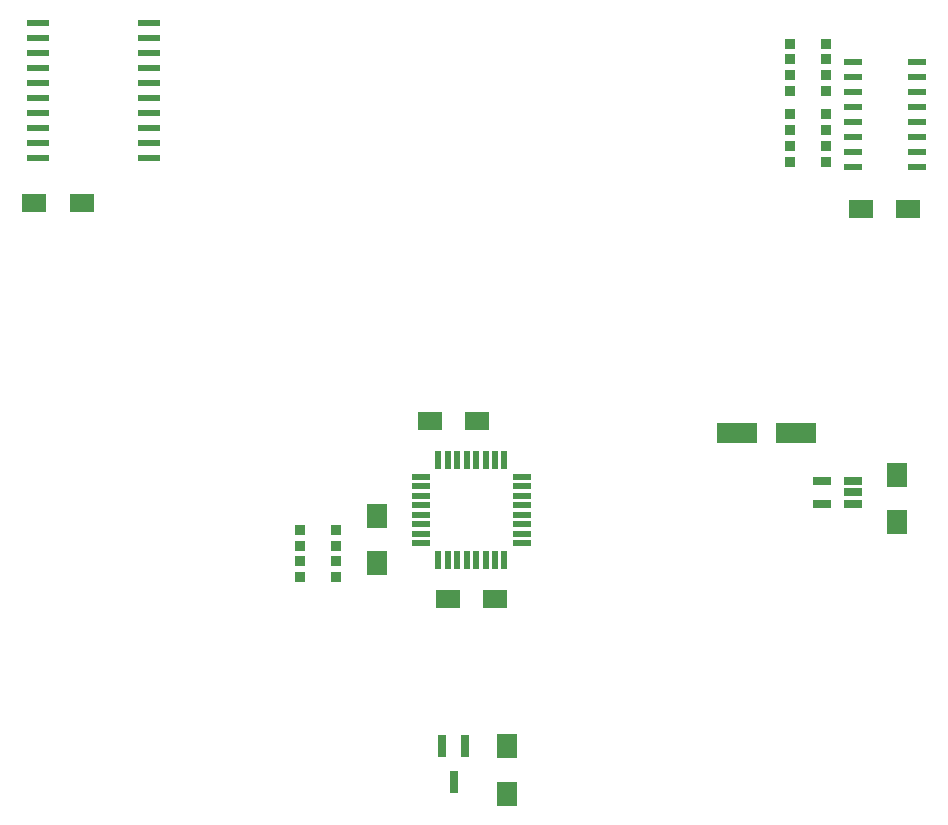
<source format=gtp>
G04 #@! TF.FileFunction,Paste,Top*
%FSLAX46Y46*%
G04 Gerber Fmt 4.6, Leading zero omitted, Abs format (unit mm)*
G04 Created by KiCad (PCBNEW 4.0.4-stable) date Saturday, September 23, 2017 'PMt' 01:19:15 PM*
%MOMM*%
%LPD*%
G01*
G04 APERTURE LIST*
%ADD10C,0.100000*%
%ADD11R,2.000000X1.600000*%
%ADD12R,3.500000X1.800000*%
%ADD13R,0.800000X1.900000*%
%ADD14R,1.700000X2.000000*%
%ADD15R,0.900000X0.900000*%
%ADD16R,0.550000X1.600000*%
%ADD17R,1.600000X0.550000*%
%ADD18R,1.560000X0.650000*%
%ADD19R,1.950000X0.600000*%
%ADD20R,1.500000X0.600000*%
G04 APERTURE END LIST*
D10*
D11*
X87500000Y-90500000D03*
X83500000Y-90500000D03*
X124000000Y-72500000D03*
X120000000Y-72500000D03*
X89000000Y-105500000D03*
X85000000Y-105500000D03*
D12*
X114500000Y-91500000D03*
X109500000Y-91500000D03*
D13*
X86450000Y-118000000D03*
X84550000Y-118000000D03*
X85500000Y-121000000D03*
D14*
X79000000Y-102500000D03*
X79000000Y-98500000D03*
X123000000Y-95000000D03*
X123000000Y-99000000D03*
X90000000Y-118000000D03*
X90000000Y-122000000D03*
D15*
X114000000Y-58500000D03*
X114000000Y-62500000D03*
X114000000Y-59840000D03*
X114000000Y-61160000D03*
X117000000Y-59840000D03*
X117000000Y-58500000D03*
X117000000Y-62500000D03*
X117000000Y-61160000D03*
X114000000Y-64500000D03*
X114000000Y-68500000D03*
X114000000Y-65840000D03*
X114000000Y-67160000D03*
X117000000Y-65840000D03*
X117000000Y-64500000D03*
X117000000Y-68500000D03*
X117000000Y-67160000D03*
X72500000Y-99660000D03*
X72500000Y-103660000D03*
X72500000Y-101000000D03*
X72500000Y-102320000D03*
X75500000Y-101000000D03*
X75500000Y-99660000D03*
X75500000Y-103660000D03*
X75500000Y-102320000D03*
D16*
X84200000Y-102250000D03*
X85000000Y-102250000D03*
X85800000Y-102250000D03*
X86600000Y-102250000D03*
X87400000Y-102250000D03*
X88200000Y-102250000D03*
X89000000Y-102250000D03*
X89800000Y-102250000D03*
D17*
X91250000Y-100800000D03*
X91250000Y-100000000D03*
X91250000Y-99200000D03*
X91250000Y-98400000D03*
X91250000Y-97600000D03*
X91250000Y-96800000D03*
X91250000Y-96000000D03*
X91250000Y-95200000D03*
D16*
X89800000Y-93750000D03*
X89000000Y-93750000D03*
X88200000Y-93750000D03*
X87400000Y-93750000D03*
X86600000Y-93750000D03*
X85800000Y-93750000D03*
X85000000Y-93750000D03*
X84200000Y-93750000D03*
D17*
X82750000Y-95200000D03*
X82750000Y-96000000D03*
X82750000Y-96800000D03*
X82750000Y-97600000D03*
X82750000Y-98400000D03*
X82750000Y-99200000D03*
X82750000Y-100000000D03*
X82750000Y-100800000D03*
D18*
X119350000Y-97450000D03*
X119350000Y-96500000D03*
X119350000Y-95550000D03*
X116650000Y-95550000D03*
X116650000Y-97450000D03*
D19*
X50300000Y-56785000D03*
X50300000Y-58055000D03*
X50300000Y-59325000D03*
X50300000Y-60595000D03*
X50300000Y-61865000D03*
X50300000Y-63135000D03*
X50300000Y-64405000D03*
X50300000Y-65675000D03*
X50300000Y-66945000D03*
X50300000Y-68215000D03*
X59700000Y-68215000D03*
X59700000Y-66945000D03*
X59700000Y-65675000D03*
X59700000Y-64405000D03*
X59700000Y-63135000D03*
X59700000Y-61865000D03*
X59700000Y-60595000D03*
X59700000Y-59325000D03*
X59700000Y-58055000D03*
X59700000Y-56785000D03*
D20*
X119300000Y-60055000D03*
X119300000Y-61325000D03*
X119300000Y-62595000D03*
X119300000Y-63865000D03*
X119300000Y-65135000D03*
X119300000Y-66405000D03*
X119300000Y-67675000D03*
X119300000Y-68945000D03*
X124700000Y-68945000D03*
X124700000Y-67675000D03*
X124700000Y-66405000D03*
X124700000Y-65135000D03*
X124700000Y-63865000D03*
X124700000Y-62595000D03*
X124700000Y-61325000D03*
X124700000Y-60055000D03*
D11*
X50000000Y-72000000D03*
X54000000Y-72000000D03*
M02*

</source>
